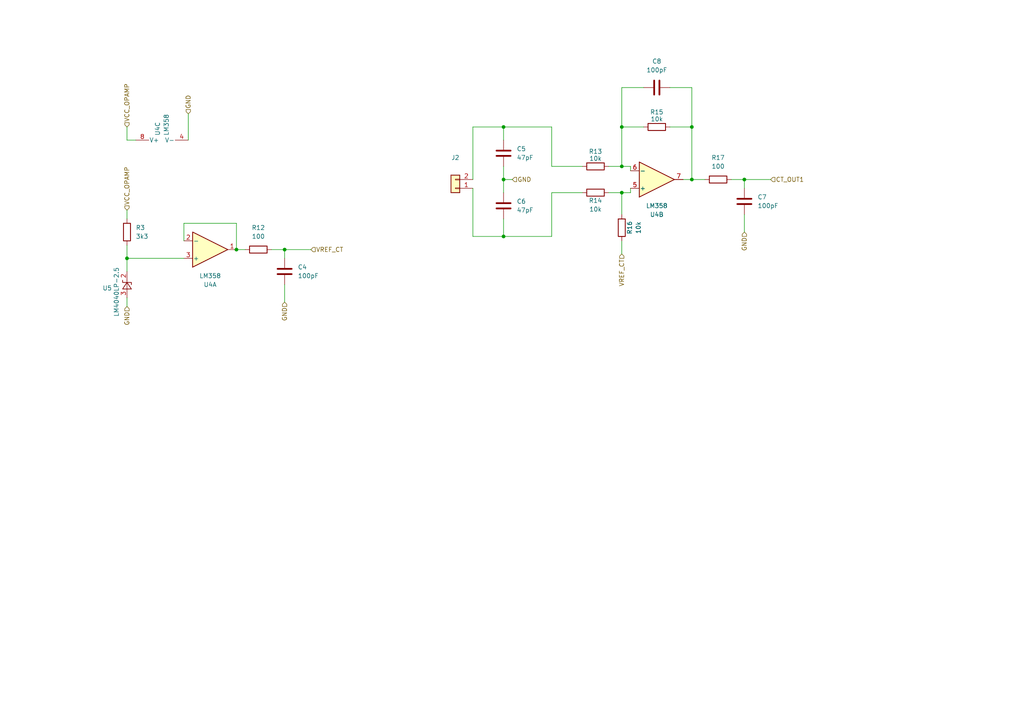
<source format=kicad_sch>
(kicad_sch (version 20231120) (generator "eeschema") (generator_version "8.0")
  (paper "A4")
  (lib_symbols
    (symbol "Amplifier_Operational:LM358" (pin_names (offset 0.127))
      (property "Reference" "U" (at 0 5.08 0))
      (property "Value" "LM358" (at 0 -5.08 0))
      (symbol "LM358_1_1"
        (polyline (pts (xy -5.08 5.08) (xy 5.08 0) (xy -5.08 -5.08) (xy -5.08 5.08)) (stroke (width 0.254)) (fill (type background)))
        (pin output line (at 7.62 0 180) (length 2.54) (name "~") (number "1"))
        (pin input line (at -7.62 -2.54 0) (length 2.54) (name "-") (number "2"))
        (pin input line (at -7.62 2.54 0) (length 2.54) (name "+") (number "3"))
      )
      (symbol "LM358_2_1"
        (polyline (pts (xy -5.08 5.08) (xy 5.08 0) (xy -5.08 -5.08) (xy -5.08 5.08)) (stroke (width 0.254)) (fill (type background)))
        (pin input line (at -7.62 2.54 0) (length 2.54) (name "+") (number "5"))
        (pin input line (at -7.62 -2.54 0) (length 2.54) (name "-") (number "6"))
        (pin output line (at 7.62 0 180) (length 2.54) (name "~") (number "7"))
      )
      (symbol "LM358_3_1"
        (pin power_in line (at -2.54 -7.62 90) (length 3.81) (name "V-") (number "4"))
        (pin power_in line (at -2.54 7.62 270) (length 3.81) (name "V+") (number "8"))
      )
    )
    (symbol "Connector_Generic:Conn_01x02" (pin_names (offset 1.016) hide)
      (property "Reference" "J" (at 0 2.54 0))
      (property "Value" "Conn_01x02" (at 0 -5.08 0))
      (symbol "Conn_01x02_1_1"
        (rectangle (start -1.27 -2.413) (end 0 -2.667) (stroke (width 0.1524)))
        (rectangle (start -1.27 0.127) (end 0 -0.127) (stroke (width 0.1524)))
        (rectangle (start -1.27 1.27) (end 1.27 -3.81) (stroke (width 0.254)) (fill (type background)))
        (pin passive line (at -5.08 0 0) (length 3.81) (name "Pin_1") (number "1"))
        (pin passive line (at -5.08 -2.54 0) (length 3.81) (name "Pin_2") (number "2"))
      )
    )
    (symbol "Device:C" (pin_numbers hide) (pin_names (offset 0.254))
      (property "Reference" "C" (at 0.635 2.54 0))
      (property "Value" "C" (at 0.635 -2.54 0))
      (symbol "C_0_1"
        (polyline (pts (xy -2.032 -0.762) (xy 2.032 -0.762)) (stroke (width 0.508)))
        (polyline (pts (xy -2.032 0.762) (xy 2.032 0.762)) (stroke (width 0.508)))
      )
      (symbol "C_1_1"
        (pin passive line (at 0 3.81 270) (length 2.794) (name "~") (number "1"))
        (pin passive line (at 0 -3.81 90) (length 2.794) (name "~") (number "2"))
      )
    )
    (symbol "Device:R" (pin_numbers hide) (pin_names (offset 0))
      (property "Reference" "R" (at 2.032 0 90))
      (property "Value" "R" (at 0 0 90))
      (symbol "R_0_1"
        (rectangle (start -1.016 -2.54) (end 1.016 2.54) (stroke (width 0.254)))
      )
      (symbol "R_1_1"
        (pin passive line (at 0 3.81 270) (length 1.27) (name "~") (number "1"))
        (pin passive line (at 0 -3.81 90) (length 1.27) (name "~") (number "2"))
      )
    )
    (symbol "Reference_Voltage:LM4040LP-2.5" (pin_names (offset 0.0254) hide)
      (property "Reference" "U" (at 0 2.54 0))
      (property "Value" "LM4040LP-2.5" (at 0 -3.175 0))
      (symbol "LM4040LP-2.5_0_1"
        (polyline (pts (xy -1.27 0) (xy 0 0) (xy 1.27 0)))
        (polyline (pts (xy -1.27 -1.27) (xy 0.635 0) (xy -1.27 1.27) (xy -1.27 -1.27)) (stroke (width 0.2032)))
        (polyline (pts (xy 0 -1.27) (xy 0.635 -1.27) (xy 0.635 1.27) (xy 1.27 1.27)) (stroke (width 0.2032)))
      )
      (symbol "LM4040LP-2.5_1_1"
        (pin no_connect line (at -1.27 0 0) (length 2.54) hide (name "NC") (number "1"))
        (pin passive line (at 3.81 0 180) (length 2.54) (name "K") (number "2"))
        (pin passive line (at -3.81 0 0) (length 2.54) (name "A") (number "3"))
      )
    )
  )
  (junction (at 215.9 52.07))
  (junction (at 180.34 55.88))
  (junction (at 146.05 68.58))
  (junction (at 146.05 52.07))
  (junction (at 36.83 74.93))
  (junction (at 180.34 48.26))
  (junction (at 200.66 52.07))
  (junction (at 146.05 36.83))
  (junction (at 180.34 36.83))
  (junction (at 82.55 72.39))
  (junction (at 200.66 36.83))
  (junction (at 68.58 72.39))
  (wire (pts (xy 186.69 25.4) (xy 180.34 25.4)))
  (wire (pts (xy 54.61 33.02) (xy 54.61 40.64)))
  (wire (pts (xy 146.05 52.07) (xy 146.05 55.88)))
  (wire (pts (xy 200.66 25.4) (xy 200.66 36.83)))
  (wire (pts (xy 215.9 54.61) (xy 215.9 52.07)))
  (wire (pts (xy 194.31 36.83) (xy 200.66 36.83)))
  (wire (pts (xy 180.34 48.26) (xy 182.88 48.26)))
  (wire (pts (xy 36.83 74.93) (xy 36.83 78.74)))
  (wire (pts (xy 182.88 54.61) (xy 182.88 55.88)))
  (wire (pts (xy 180.34 36.83) (xy 180.34 48.26)))
  (wire (pts (xy 146.05 52.07) (xy 148.59 52.07)))
  (wire (pts (xy 180.34 69.85) (xy 180.34 73.66)))
  (wire (pts (xy 36.83 71.12) (xy 36.83 74.93)))
  (wire (pts (xy 186.69 36.83) (xy 180.34 36.83)))
  (wire (pts (xy 160.02 55.88) (xy 168.91 55.88)))
  (wire (pts (xy 146.05 48.26) (xy 146.05 52.07)))
  (wire (pts (xy 82.55 72.39) (xy 90.17 72.39)))
  (wire (pts (xy 53.34 64.77) (xy 53.34 69.85)))
  (wire (pts (xy 180.34 25.4) (xy 180.34 36.83)))
  (wire (pts (xy 146.05 36.83) (xy 160.02 36.83)))
  (wire (pts (xy 82.55 72.39) (xy 78.74 72.39)))
  (wire (pts (xy 215.9 52.07) (xy 223.52 52.07)))
  (wire (pts (xy 194.31 25.4) (xy 200.66 25.4)))
  (wire (pts (xy 82.55 74.93) (xy 82.55 72.39)))
  (wire (pts (xy 82.55 82.55) (xy 82.55 87.63)))
  (wire (pts (xy 198.12 52.07) (xy 200.66 52.07)))
  (wire (pts (xy 36.83 40.64) (xy 36.83 36.83)))
  (wire (pts (xy 215.9 62.23) (xy 215.9 67.31)))
  (wire (pts (xy 182.88 48.26) (xy 182.88 49.53)))
  (wire (pts (xy 68.58 64.77) (xy 53.34 64.77)))
  (wire (pts (xy 180.34 55.88) (xy 182.88 55.88)))
  (wire (pts (xy 160.02 68.58) (xy 146.05 68.58)))
  (wire (pts (xy 146.05 36.83) (xy 146.05 40.64)))
  (wire (pts (xy 160.02 36.83) (xy 160.02 48.26)))
  (wire (pts (xy 36.83 86.36) (xy 36.83 88.9)))
  (wire (pts (xy 176.53 55.88) (xy 180.34 55.88)))
  (wire (pts (xy 39.37 40.64) (xy 36.83 40.64)))
  (wire (pts (xy 200.66 36.83) (xy 200.66 52.07)))
  (wire (pts (xy 36.83 60.96) (xy 36.83 63.5)))
  (wire (pts (xy 200.66 52.07) (xy 204.47 52.07)))
  (wire (pts (xy 137.16 52.07) (xy 137.16 36.83)))
  (wire (pts (xy 160.02 48.26) (xy 168.91 48.26)))
  (wire (pts (xy 68.58 72.39) (xy 71.12 72.39)))
  (wire (pts (xy 68.58 72.39) (xy 68.58 64.77)))
  (wire (pts (xy 146.05 68.58) (xy 137.16 68.58)))
  (wire (pts (xy 146.05 63.5) (xy 146.05 68.58)))
  (wire (pts (xy 160.02 68.58) (xy 160.02 55.88)))
  (wire (pts (xy 176.53 48.26) (xy 180.34 48.26)))
  (wire (pts (xy 53.34 74.93) (xy 36.83 74.93)))
  (wire (pts (xy 137.16 36.83) (xy 146.05 36.83)))
  (wire (pts (xy 137.16 68.58) (xy 137.16 54.61)))
  (wire (pts (xy 180.34 55.88) (xy 180.34 62.23)))
  (wire (pts (xy 215.9 52.07) (xy 212.09 52.07)))
  (hierarchical_label "VREF_CT" (shape input) (at 180.34 73.66 270))
  (hierarchical_label "CT_OUT1" (shape input) (at 223.52 52.07 0))
  (hierarchical_label "VCC_OPAMP" (shape input) (at 36.83 60.96 90))
  (hierarchical_label "VCC_OPAMP" (shape input) (at 36.83 36.83 90))
  (hierarchical_label "GND" (shape input) (at 148.59 52.07 0))
  (hierarchical_label "GND" (shape input) (at 36.83 88.9 270))
  (hierarchical_label "GND" (shape input) (at 215.9 67.31 270))
  (hierarchical_label "GND" (shape input) (at 82.55 87.63 270))
  (hierarchical_label "GND" (shape input) (at 54.61 33.02 90))
  (hierarchical_label "VREF_CT" (shape input) (at 90.17 72.39 0))
  (symbol (lib_id "Amplifier_Operational:LM358") (at 190.5 52.07 0) (mirror x) (unit 2)
    (property "Reference" "U4" (at 190.5 62.23 0))
    (property "Value" "LM358" (at 190.5 59.69 0))
    (property "Datasheet" "http://www.ti.com/lit/ds/symlink/lm2904-n.pdf" (effects (hide yes)))
    (property "Description" "Low-Power, Dual Operational Amplifiers, DIP-8/SOIC-8/TO-99-8" (effects (hide yes)))
  )
  (symbol (lib_id "Device:R") (at 180.34 66.04 180) (unit 1)
    (property "Reference" "R16" (at 182.626 66.04 90))
    (property "Value" "10k" (at 185.166 66.04 90))
    (property "Description" "Resistor" (effects (hide yes)))
  )
  (symbol (lib_id "Device:R") (at 36.83 67.31 0) (unit 1)
    (property "Reference" "R3" (at 39.37 66.0399 0) (effects (justify left)))
    (property "Value" "3k3" (at 39.37 68.5799 0) (effects (justify left)))
    (property "Description" "Resistor" (effects (hide yes)))
  )
  (symbol (lib_id "Amplifier_Operational:LM358") (at 60.96 72.39 0) (mirror x) (unit 1)
    (property "Reference" "U4" (at 60.96 82.55 0))
    (property "Value" "LM358" (at 60.96 80.01 0))
    (property "Datasheet" "http://www.ti.com/lit/ds/symlink/lm2904-n.pdf" (effects (hide yes)))
    (property "Description" "Low-Power, Dual Operational Amplifiers, DIP-8/SOIC-8/TO-99-8" (effects (hide yes)))
  )
  (symbol (lib_id "Device:C") (at 215.9 58.42 0) (unit 1)
    (property "Reference" "C7" (at 219.71 57.1499 0) (effects (justify left)))
    (property "Value" "100pF" (at 219.71 59.6899 0) (effects (justify left)))
    (property "Description" "Unpolarized capacitor" (effects (hide yes)))
  )
  (symbol (lib_id "Connector_Generic:Conn_01x02") (at 132.08 54.61 180) (unit 1)
    (property "Reference" "J2" (at 132.08 45.72 0))
    (property "Value" "Conn_01x02" (effects (hide yes)))
    (property "Description" "Generic connector, single row, 01x02, script generated (kicad-library-utils/schlib/autogen/connector/)" (effects (hide yes)))
  )
  (symbol (lib_id "Device:R") (at 208.28 52.07 90) (unit 1)
    (property "Reference" "R17" (at 208.28 45.72 90))
    (property "Value" "100" (at 208.28 48.26 90))
    (property "Description" "Resistor" (effects (hide yes)))
  )
  (symbol (lib_id "Device:C") (at 190.5 25.4 90) (unit 1)
    (property "Reference" "C8" (at 190.5 17.78 90))
    (property "Value" "100pF" (at 190.5 20.32 90))
    (property "Description" "Unpolarized capacitor" (effects (hide yes)))
  )
  (symbol (lib_id "Device:C") (at 146.05 59.69 0) (unit 1)
    (property "Reference" "C6" (at 149.86 58.4199 0) (effects (justify left)))
    (property "Value" "47pF" (at 149.86 60.9599 0) (effects (justify left)))
    (property "Description" "Unpolarized capacitor" (effects (hide yes)))
  )
  (symbol (lib_id "Reference_Voltage:LM4040LP-2.5") (at 36.83 82.55 90) (unit 1)
    (property "Reference" "U5" (at 29.718 83.566 90) (effects (justify right)))
    (property "Value" "LM4040LP-2.5" (at 33.782 77.47 0) (effects (justify right)))
    (property "Footprint" "Package_TO_SOT_THT:TO-92L_Inline_Wide" (effects (hide yes)))
    (property "Datasheet" "http://www.ti.com/lit/ds/symlink/lm4040-n.pdf" (effects (hide yes)))
    (property "Description" "2.500V Precision Micropower Shunt Voltage Reference, TO-92" (effects (hide yes)))
  )
  (symbol (lib_id "Device:R") (at 172.72 55.88 90) (unit 1)
    (property "Reference" "R14" (at 172.72 58.166 90))
    (property "Value" "10k" (at 172.72 60.706 90))
    (property "Description" "Resistor" (effects (hide yes)))
  )
  (symbol (lib_id "Device:R") (at 74.93 72.39 90) (unit 1)
    (property "Reference" "R12" (at 74.93 66.04 90))
    (property "Value" "100" (at 74.93 68.58 90))
    (property "Description" "Resistor" (effects (hide yes)))
  )
  (symbol (lib_id "Device:C") (at 82.55 78.74 0) (unit 1)
    (property "Reference" "C4" (at 86.36 77.4699 0) (effects (justify left)))
    (property "Value" "100pF" (at 86.36 80.0099 0) (effects (justify left)))
    (property "Description" "Unpolarized capacitor" (effects (hide yes)))
  )
  (symbol (lib_id "Device:C") (at 146.05 44.45 0) (unit 1)
    (property "Reference" "C5" (at 149.86 43.1799 0) (effects (justify left)))
    (property "Value" "47pF" (at 149.86 45.7199 0) (effects (justify left)))
    (property "Description" "Unpolarized capacitor" (effects (hide yes)))
  )
  (symbol (lib_id "Amplifier_Operational:LM358") (at 46.99 38.1 90) (unit 3)
    (property "Reference" "U4" (at 45.7199 39.37 0) (effects (justify left)))
    (property "Value" "LM358" (at 48.2599 39.37 0) (effects (justify left)))
    (property "Datasheet" "http://www.ti.com/lit/ds/symlink/lm2904-n.pdf" (effects (hide yes)))
    (property "Description" "Low-Power, Dual Operational Amplifiers, DIP-8/SOIC-8/TO-99-8" (effects (hide yes)))
  )
  (symbol (lib_id "Device:R") (at 190.5 36.83 90) (unit 1)
    (property "Reference" "R15" (at 190.5 32.512 90))
    (property "Value" "10k" (at 190.5 34.544 90))
    (property "Description" "Resistor" (effects (hide yes)))
  )
  (symbol (lib_id "Device:R") (at 172.72 48.26 90) (unit 1)
    (property "Reference" "R13" (at 172.72 43.942 90))
    (property "Value" "10k" (at 172.72 45.974 90))
    (property "Description" "Resistor" (effects (hide yes)))
  )
)
</source>
